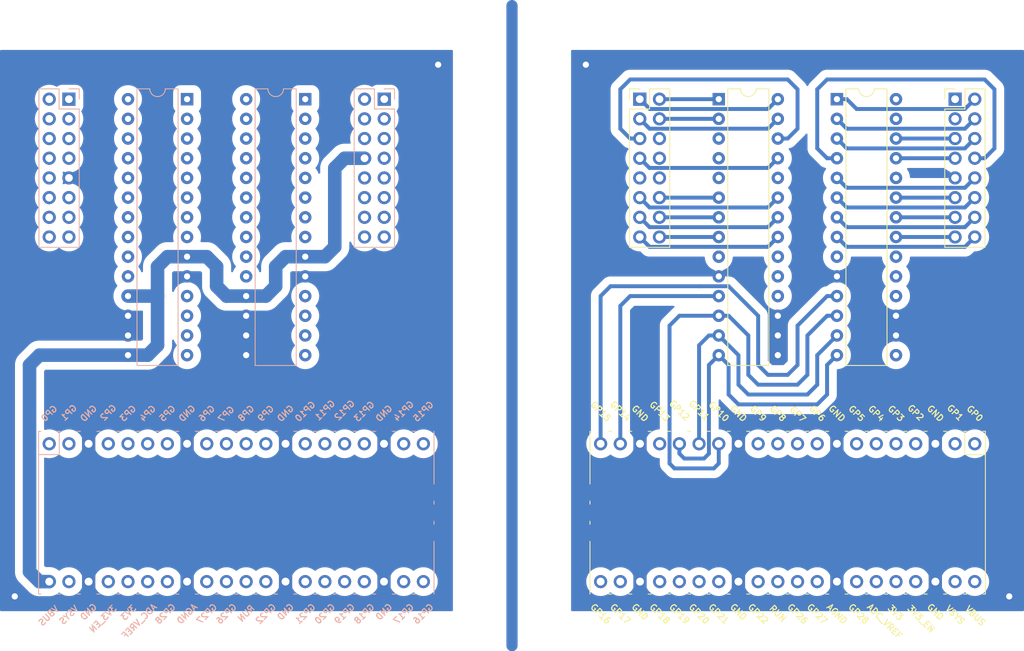
<source format=kicad_pcb>
(kicad_pcb (version 20221018) (generator pcbnew)
  (layers (0 "F.Cu" signal) (31 "B.Cu" signal) (34 "B.Paste" user) (35 "F.Paste" user) (36 "B.SilkS" user "B.Silkscreen") (37 "F.SilkS" user "F.Silkscreen") (38 "B.Mask" user) (39 "F.Mask" user) (44 "Edge.Cuts" user))
  (net 0 "")
  (net 1 "/a11")
  (net 3 "/gnd")
  (net 4 "/~cs2")
  (net 5 "/SCK")
  (net 6 "/MOSI")
  (net 7 "/MISO")
  (net 12 "/5v0")
  (net 15 "/~ce")
  (net 16 "/~oe")
  (net 17 "/a9")
  (net 20 "/a13")
  (net 21 "/a8")
  (net 22 "/a14")
  (net 23 "/~we")
  (net 24 "/a15")
  (net 25 "/a12")
  (net 26 "/a7")
  (net 27 "/a6")
  (net 28 "/a5")
  (net 29 "/a4")
  (net 30 "Net-(U1-A3)")
  (net 31 "Net-(U1-A2)")
  (net 32 "Net-(U1-A1)")
  (net 33 "Net-(U1-A0)")
  (net 34 "Net-(U1-D0)")
  (net 35 "Net-(U1-D1)")
  (net 36 "Net-(U1-D2)")
  (net 37 "Net-(U1-D3)")
  (net 38 "Net-(U1-D4)")
  (net 39 "Net-(U1-D5)")
  (net 40 "Net-(U1-D6)")
  (net 41 "Net-(U1-D7)")
  (net 42 "Net-(U1-A10)")
  (net 43 "/~cs1")
  (footprint "Package_DIP:DIP-28_W7.62mm" (layer "F.Cu") (at 149.86 62.23)
    (fp_text reference "U3" hide)
    (fp_text value "MCP23S17_SP")
  )
  (footprint "cr-pico:pico-th" (layer "F.Cu") (at 157.49 115.37 -90)
    (fp_text reference "U4" hide)
    (fp_text value "~" hide)
  )
  (footprint "Package_DIP:DIP-28_W7.62mm" (layer "F.Cu") (at 165.1 62.23)
    (fp_text reference "U2" hide)
    (fp_text value "MCP23S17_SP")
  )
  (footprint "cr-tsop-adapter:adapter-32-pin" (layer "F.Cu") (at 139.67 62.23)
    (fp_text reference "U1" hide)
    (fp_text value "AT49f512 PINOUT" hide)
  )
  (footprint "Package_DIP:DIP-28_W7.62mm" (layer "B.Cu") (at 81.28 62.23 180)
    (fp_text reference "U2" hide)
    (fp_text value "MCP23S17_SP")
  )
  (footprint "cr-pico:pico-th" (layer "B.Cu") (at 88.89 115.37 -90)
    (fp_text reference "U4" hide)
    (fp_text value "~" hide)
  )
  (footprint "cr-tsop-adapter:adapter-32-pin" (layer "B.Cu") (at 106.71 62.23 180)
    (fp_text reference "U1" hide)
    (fp_text value "AT49f512 PINOUT" hide)
  )
  (footprint "Package_DIP:DIP-28_W7.62mm" (layer "B.Cu") (at 96.52 62.23 180)
    (fp_text reference "U3" hide)
    (fp_text value "MCP23S17_SP")
  )
  (gr_line (start 123.19 50.165) (end 123.19 132.715) (stroke (width 1.45)) (layer "B.Cu"))
  (segment (start 156.21 63.5) (end 157.48 62.23) (width 0.508) (layer "B.Cu") (net 1))
  (segment (start 140.97 63.5) (end 156.21 63.5) (width 0.508) (layer "B.Cu") (net 1))
  (segment (start 139.67 62.23) (end 139.7 62.23) (width 0.508) (layer "B.Cu") (net 1))
  (segment (start 139.7 62.23) (end 140.97 63.5) (width 0.508) (layer "B.Cu") (net 1))
  (via (at 113.665 57.785) (size 2) (drill 0.8) (layers "F.Cu" "B.Cu") (net 3))
  (via (at 132.715 57.785) (size 2) (drill 0.8) (layers "F.Cu" "B.Cu") (net 3))
  (via (at 187.325 126.365) (size 2) (drill 0.8) (layers "F.Cu" "B.Cu") (net 3))
  (via (at 59.055 126.365) (size 2) (drill 0.8) (layers "F.Cu" "B.Cu") (net 3))
  (segment (start 135.89 86.36) (end 147.32 86.36) (width 0.508) (layer "B.Cu") (net 4))
  (segment (start 165.1 87.63) (end 163.83 87.63) (width 0.508) (layer "B.Cu") (net 4))
  (segment (start 160.02 96.52) (end 158.75 97.79) (width 0.508) (layer "B.Cu") (net 4))
  (segment (start 154.94 96.52) (end 154.94 90.17) (width 0.508) (layer "B.Cu") (net 4))
  (segment (start 160.02 91.44) (end 160.02 96.52) (width 0.508) (layer "B.Cu") (net 4))
  (segment (start 158.75 97.79) (end 156.21 97.79) (width 0.508) (layer "B.Cu") (net 4))
  (segment (start 156.21 97.79) (end 154.94 96.52) (width 0.508) (layer "B.Cu") (net 4))
  (segment (start 163.83 87.63) (end 160.02 91.44) (width 0.508) (layer "B.Cu") (net 4))
  (segment (start 134.62 87.63) (end 135.89 86.36) (width 0.508) (layer "B.Cu") (net 4))
  (segment (start 151.13 86.36) (end 147.32 86.36) (width 0.508) (layer "B.Cu") (net 4))
  (segment (start 154.94 90.17) (end 151.13 86.36) (width 0.508) (layer "B.Cu") (net 4))
  (segment (start 134.62 106.68) (end 134.62 87.63) (width 0.508) (layer "B.Cu") (net 4))
  (segment (start 153.67 92.71) (end 153.67 97.79) (width 0.508) (layer "B.Cu") (net 5))
  (segment (start 143.51 109.22) (end 143.51 104.14) (width 0.508) (layer "B.Cu") (net 5))
  (segment (start 149.86 109.22) (end 149.225 109.855) (width 0.508) (layer "B.Cu") (net 5))
  (segment (start 143.51 104.14) (end 143.51 91.44) (width 0.508) (layer "B.Cu") (net 5))
  (segment (start 160.02 99.06) (end 161.29 97.79) (width 0.508) (layer "B.Cu") (net 5))
  (segment (start 144.145 109.855) (end 143.51 109.22) (width 0.508) (layer "B.Cu") (net 5))
  (segment (start 144.78 90.17) (end 149.86 90.17) (width 0.508) (layer "B.Cu") (net 5))
  (segment (start 161.29 92.71) (end 163.83 90.17) (width 0.508) (layer "B.Cu") (net 5))
  (segment (start 154.94 99.06) (end 160.02 99.06) (width 0.508) (layer "B.Cu") (net 5))
  (segment (start 151.13 90.17) (end 153.67 92.71) (width 0.508) (layer "B.Cu") (net 5))
  (segment (start 149.225 109.855) (end 144.145 109.855) (width 0.508) (layer "B.Cu") (net 5))
  (segment (start 143.51 91.44) (end 144.78 90.17) (width 0.508) (layer "B.Cu") (net 5))
  (segment (start 149.86 90.17) (end 151.13 90.17) (width 0.508) (layer "B.Cu") (net 5))
  (segment (start 149.86 106.68) (end 149.86 109.22) (width 0.508) (layer "B.Cu") (net 5))
  (segment (start 161.29 97.79) (end 161.29 92.71) (width 0.508) (layer "B.Cu") (net 5))
  (segment (start 163.83 90.17) (end 165.1 90.17) (width 0.508) (layer "B.Cu") (net 5))
  (segment (start 153.67 97.79) (end 154.94 99.06) (width 0.508) (layer "B.Cu") (net 5))
  (segment (start 152.4 99.06) (end 153.67 100.33) (width 0.508) (layer "B.Cu") (net 6))
  (segment (start 162.56 95.25) (end 165.1 92.71) (width 0.508) (layer "B.Cu") (net 6))
  (segment (start 149.86 92.71) (end 152.4 95.25) (width 0.508) (layer "B.Cu") (net 6))
  (segment (start 161.29 100.33) (end 162.56 99.06) (width 0.508) (layer "B.Cu") (net 6))
  (segment (start 148.59 92.71) (end 149.86 92.71) (width 0.508) (layer "B.Cu") (net 6))
  (segment (start 147.32 93.98) (end 148.59 92.71) (width 0.508) (layer "B.Cu") (net 6))
  (segment (start 162.56 99.06) (end 162.56 95.25) (width 0.508) (layer "B.Cu") (net 6))
  (segment (start 147.32 106.68) (end 147.32 93.98) (width 0.508) (layer "B.Cu") (net 6))
  (segment (start 152.4 95.25) (end 152.4 99.06) (width 0.508) (layer "B.Cu") (net 6))
  (segment (start 153.67 100.33) (end 161.29 100.33) (width 0.508) (layer "B.Cu") (net 6))
  (segment (start 152.4 101.6) (end 151.13 100.33) (width 0.508) (layer "B.Cu") (net 7))
  (segment (start 144.78 107.95) (end 145.415 108.585) (width 0.508) (layer "B.Cu") (net 7))
  (segment (start 145.415 108.585) (end 147.955 108.585) (width 0.508) (layer "B.Cu") (net 7))
  (segment (start 151.13 96.52) (end 149.86 95.25) (width 0.508) (layer "B.Cu") (net 7))
  (segment (start 162.56 101.6) (end 152.4 101.6) (width 0.508) (layer "B.Cu") (net 7))
  (segment (start 148.59 107.95) (end 148.59 101.6) (width 0.508) (layer "B.Cu") (net 7))
  (segment (start 163.83 100.33) (end 162.56 101.6) (width 0.508) (layer "B.Cu") (net 7))
  (segment (start 147.955 108.585) (end 148.59 107.95) (width 0.508) (layer "B.Cu") (net 7))
  (segment (start 163.83 96.52) (end 163.83 100.33) (width 0.508) (layer "B.Cu") (net 7))
  (segment (start 148.59 96.52) (end 148.59 101.6) (width 0.508) (layer "B.Cu") (net 7))
  (segment (start 144.78 106.68) (end 144.78 107.95) (width 0.508) (layer "B.Cu") (net 7))
  (segment (start 151.13 100.33) (end 151.13 96.52) (width 0.508) (layer "B.Cu") (net 7))
  (segment (start 149.86 95.25) (end 148.59 96.52) (width 0.508) (layer "B.Cu") (net 7))
  (segment (start 165.1 95.25) (end 163.83 96.52) (width 0.508) (layer "B.Cu") (net 7))
  (segment (start 85.09 86.36) (end 86.36 87.63) (width 1.75) (layer "B.Cu") (net 12))
  (segment (start 73.66 95.25) (end 76.2 95.25) (width 1.75) (layer "B.Cu") (net 12))
  (segment (start 101.6 69.85) (end 100.33 71.12) (width 1.75) (layer "B.Cu") (net 12))
  (segment (start 60.96 96.52) (end 62.23 95.25) (width 1.75) (layer "B.Cu") (net 12))
  (segment (start 63.5 124.46) (end 62.23 124.46) (width 1.75) (layer "B.Cu") (net 12))
  (segment (start 85.09 83.82) (end 83.82 82.55) (width 1.75) (layer "B.Cu") (net 12))
  (segment (start 60.96 123.19) (end 60.96 96.52) (width 1.75) (layer "B.Cu") (net 12))
  (segment (start 85.09 83.82) (end 85.09 86.36) (width 1.75) (layer "B.Cu") (net 12))
  (segment (start 92.71 86.36) (end 92.71 83.82) (width 1.75) (layer "B.Cu") (net 12))
  (segment (start 86.36 87.63) (end 88.9 87.63) (width 1.75) (layer "B.Cu") (net 12))
  (segment (start 62.23 124.46) (end 60.96 123.19) (width 1.75) (layer "B.Cu") (net 12))
  (segment (start 92.71 83.82) (end 93.98 82.55) (width 1.75) (layer "B.Cu") (net 12))
  (segment (start 62.23 95.25) (end 73.66 95.25) (width 1.75) (layer "B.Cu") (net 12))
  (segment (start 91.44 87.63) (end 92.71 86.36) (width 1.75) (layer "B.Cu") (net 12))
  (segment (start 100.33 81.28) (end 99.06 82.55) (width 1.75) (layer "B.Cu") (net 12))
  (segment (start 81.28 82.55) (end 78.74 82.55) (width 1.75) (layer "B.Cu") (net 12))
  (segment (start 100.33 71.12) (end 100.33 81.28) (width 1.75) (layer "B.Cu") (net 12))
  (segment (start 104.17 69.85) (end 101.6 69.85) (width 1.75) (layer "B.Cu") (net 12))
  (segment (start 81.28 82.55) (end 83.82 82.55) (width 1.75) (layer "B.Cu") (net 12))
  (segment (start 73.66 87.63) (end 77.47 87.63) (width 1.75) (layer "B.Cu") (net 12))
  (segment (start 77.47 93.98) (end 76.2 95.25) (width 1.75) (layer "B.Cu") (net 12))
  (segment (start 88.9 87.63) (end 91.44 87.63) (width 1.75) (layer "B.Cu") (net 12))
  (segment (start 93.98 82.55) (end 96.52 82.55) (width 1.75) (layer "B.Cu") (net 12))
  (segment (start 77.47 83.82) (end 77.47 87.63) (width 1.75) (layer "B.Cu") (net 12))
  (segment (start 99.06 82.55) (end 96.52 82.55) (width 1.75) (layer "B.Cu") (net 12))
  (segment (start 78.74 82.55) (end 77.47 83.82) (width 1.75) (layer "B.Cu") (net 12))
  (segment (start 77.47 93.98) (end 77.47 87.63) (width 1.75) (layer "B.Cu") (net 12))
  (segment (start 142.21 62.23) (end 149.86 62.23) (width 0.508) (layer "B.Cu") (net 17))
  (segment (start 142.21 64.77) (end 149.86 64.77) (width 0.508) (layer "B.Cu") (net 20))
  (segment (start 140.94 66.04) (end 156.21 66.04) (width 0.508) (layer "B.Cu") (net 21))
  (segment (start 139.67 64.77) (end 140.94 66.04) (width 0.508) (layer "B.Cu") (net 21))
  (segment (start 156.21 66.04) (end 157.48 64.77) (width 0.508) (layer "B.Cu") (net 21))
  (segment (start 138.43 67.31) (end 137.16 66.04) (width 0.508) (layer "B.Cu") (net 22))
  (segment (start 158.75 67.31) (end 157.48 67.31) (width 0.508) (layer "B.Cu") (net 22))
  (segment (start 158.75 59.69) (end 160.02 60.96) (width 0.508) (layer "B.Cu") (net 22))
  (segment (start 138.43 59.69) (end 158.75 59.69) (width 0.508) (layer "B.Cu") (net 22))
  (segment (start 160.02 66.04) (end 158.75 67.31) (width 0.508) (layer "B.Cu") (net 22))
  (segment (start 137.16 60.96) (end 138.43 59.69) (width 0.508) (layer "B.Cu") (net 22))
  (segment (start 137.16 66.04) (end 137.16 60.96) (width 0.508) (layer "B.Cu") (net 22))
  (segment (start 139.67 67.31) (end 138.43 67.31) (width 0.508) (layer "B.Cu") (net 22))
  (segment (start 160.02 60.96) (end 160.02 66.04) (width 0.508) (layer "B.Cu") (net 22))
  (segment (start 139.67 69.85) (end 140.92 71.1) (width 0.508) (layer "B.Cu") (net 23))
  (segment (start 140.92 71.1) (end 156.23 71.1) (width 0.508) (layer "B.Cu") (net 23))
  (segment (start 156.23 71.1) (end 157.48 69.85) (width 0.508) (layer "B.Cu") (net 23))
  (segment (start 156.21 76.2) (end 157.48 74.93) (width 0.508) (layer "B.Cu") (net 24))
  (segment (start 139.67 74.93) (end 140.94 76.2) (width 0.508) (layer "B.Cu") (net 24))
  (segment (start 140.94 76.2) (end 156.21 76.2) (width 0.508) (layer "B.Cu") (net 24))
  (segment (start 142.21 74.93) (end 149.86 74.93) (width 0.508) (layer "B.Cu") (net 25))
  (segment (start 156.21 78.74) (end 157.48 77.47) (width 0.508) (layer "B.Cu") (net 26))
  (segment (start 140.94 78.74) (end 156.21 78.74) (width 0.508) (layer "B.Cu") (net 26))
  (segment (start 139.67 77.47) (end 140.94 78.74) (width 0.508) (layer "B.Cu") (net 26))
  (segment (start 149.86 77.47) (end 142.21 77.47) (width 0.508) (layer "B.Cu") (net 27))
  (segment (start 139.67 80.01) (end 140.94 81.28) (width 0.508) (layer "B.Cu") (net 28))
  (segment (start 156.21 81.28) (end 157.48 80.01) (width 0.508) (layer "B.Cu") (net 28))
  (segment (start 140.94 81.28) (end 156.21 81.28) (width 0.508) (layer "B.Cu") (net 28))
  (segment (start 142.21 80.01) (end 149.86 80.01) (width 0.508) (layer "B.Cu") (net 29))
  (segment (start 165.1 80.01) (end 166.37 81.28) (width 0.508) (layer "B.Cu") (net 30))
  (segment (start 181.61 81.28) (end 182.88 80.01) (width 0.508) (layer "B.Cu") (net 30))
  (segment (start 166.37 81.28) (end 181.61 81.28) (width 0.508) (layer "B.Cu") (net 30))
  (segment (start 172.72 80.01) (end 180.34 80.01) (width 0.508) (layer "B.Cu") (net 31))
  (segment (start 166.37 78.74) (end 181.61 78.74) (width 0.508) (layer "B.Cu") (net 32))
  (segment (start 165.1 77.47) (end 166.37 78.74) (width 0.508) (layer "B.Cu") (net 32))
  (segment (start 181.61 78.74) (end 182.88 77.47) (width 0.508) (layer "B.Cu") (net 32))
  (segment (start 180.34 77.47) (end 172.72 77.47) (width 0.508) (layer "B.Cu") (net 33))
  (segment (start 166.37 76.2) (end 181.61 76.2) (width 0.508) (layer "B.Cu") (net 34))
  (segment (start 181.61 76.2) (end 182.88 74.93) (width 0.508) (layer "B.Cu") (net 34))
  (segment (start 165.1 74.93) (end 166.37 76.2) (width 0.508) (layer "B.Cu") (net 34))
  (segment (start 172.72 74.93) (end 180.34 74.93) (width 0.508) (layer "B.Cu") (net 35))
  (segment (start 166.37 73.66) (end 181.61 73.66) (width 0.508) (layer "B.Cu") (net 36))
  (segment (start 165.1 72.39) (end 166.37 73.66) (width 0.508) (layer "B.Cu") (net 36))
  (segment (start 181.61 73.66) (end 182.88 72.39) (width 0.508) (layer "B.Cu") (net 36))
  (segment (start 185.42 68.58) (end 184.15 69.85) (width 0.508) (layer "B.Cu") (net 37))
  (segment (start 162.56 68.58) (end 162.56 60.96) (width 0.508) (layer "B.Cu") (net 37))
  (segment (start 163.83 69.85) (end 162.56 68.58) (width 0.508) (layer "B.Cu") (net 37))
  (segment (start 163.83 59.69) (end 184.15 59.69) (width 0.508) (layer "B.Cu") (net 37))
  (segment (start 184.15 59.69) (end 185.42 60.96) (width 0.508) (layer "B.Cu") (net 37))
  (segment (start 184.15 69.85) (end 182.88 69.85) (width 0.508) (layer "B.Cu") (net 37))
  (segment (start 162.56 60.96) (end 163.83 59.69) (width 0.508) (layer "B.Cu") (net 37))
  (segment (start 185.42 60.96) (end 185.42 68.58) (width 0.508) (layer "B.Cu") (net 37))
  (segment (start 165.1 69.85) (end 163.83 69.85) (width 0.508) (layer "B.Cu") (net 37))
  (segment (start 180.34 69.85) (end 172.72 69.85) (width 0.508) (layer "B.Cu") (net 38))
  (segment (start 166.37 68.58) (end 181.61 68.58) (width 0.508) (layer "B.Cu") (net 39))
  (segment (start 165.1 67.31) (end 166.37 68.58) (width 0.508) (layer "B.Cu") (net 39))
  (segment (start 181.61 68.58) (end 182.88 67.31) (width 0.508) (layer "B.Cu") (net 39))
  (segment (start 172.72 67.31) (end 180.34 67.31) (width 0.508) (layer "B.Cu") (net 40))
  (segment (start 165.1 64.77) (end 166.37 66.04) (width 0.508) (layer "B.Cu") (net 41))
  (segment (start 166.37 66.04) (end 181.61 66.04) (width 0.508) (layer "B.Cu") (net 41))
  (segment (start 181.61 66.04) (end 182.88 64.77) (width 0.508) (layer "B.Cu") (net 41))
  (segment (start 165.1 62.23) (end 166.37 62.23) (width 0.508) (layer "B.Cu") (net 42))
  (segment (start 166.37 62.23) (end 167.64 63.5) (width 0.508) (layer "B.Cu") (net 42))
  (segment (start 181.61 63.5) (end 182.88 62.23) (width 0.508) (layer "B.Cu") (net 42))
  (segment (start 167.64 63.5) (end 181.61 63.5) (width 0.508) (layer "B.Cu") (net 42))
  (segment (start 137.16 88.9) (end 138.43 87.63) (width 0.508) (layer "B.Cu") (net 43))
  (segment (start 138.43 87.63) (end 149.86 87.63) (width 0.508) (layer "B.Cu") (net 43))
  (segment (start 137.16 106.68) (end 137.16 88.9) (width 0.508) (layer "B.Cu") (net 43))
  (zone (net 3) (net_name "/gnd") (layer "B.Cu") (connect_pads (clearance 1)) (min_thickness 0.25) (fill yes (thermal_gap 0) (thermal_bridge_width 1.75) (island_removal_mode 2) (island_area_min 20))
    (polygon (pts (xy 130.81 55.88) (xy 189.23 55.88) (xy 189.23 128.27) (xy 130.81 128.27)))
  )
  (zone (net 3) (net_name "/gnd") (layer "B.Cu") (priority 1) (connect_pads (clearance 1)) (min_thickness 0.25) (fill yes (thermal_gap 0) (thermal_bridge_width 1.75))
    (polygon (pts (xy 115.57 55.88) (xy 57.15 55.88) (xy 57.15 128.27) (xy 115.57 128.27)))
  )
)
</source>
